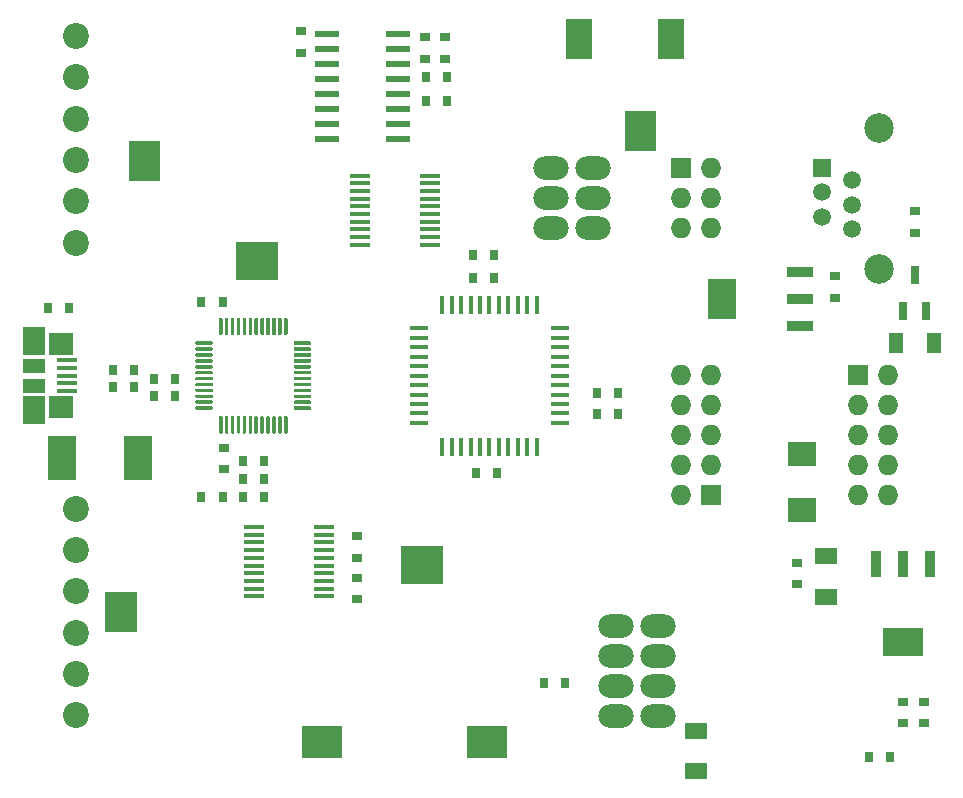
<source format=gbr>
%TF.GenerationSoftware,KiCad,Pcbnew,5.1.8-4.fc33*%
%TF.CreationDate,2020-12-19T18:54:55+03:00*%
%TF.ProjectId,2232,32323332-2e6b-4696-9361-645f70636258,rev?*%
%TF.SameCoordinates,Original*%
%TF.FileFunction,Soldermask,Bot*%
%TF.FilePolarity,Negative*%
%FSLAX46Y46*%
G04 Gerber Fmt 4.6, Leading zero omitted, Abs format (unit mm)*
G04 Created by KiCad (PCBNEW 5.1.8-4.fc33) date 2020-12-19 18:54:55*
%MOMM*%
%LPD*%
G01*
G04 APERTURE LIST*
%ADD10C,0.100000*%
%ADD11R,1.727200X1.727200*%
%ADD12O,1.727200X1.727200*%
%ADD13R,2.400000X2.000000*%
%ADD14R,0.900000X0.800000*%
%ADD15R,1.200000X1.700000*%
%ADD16R,2.200000X0.900000*%
%ADD17R,2.400000X3.500000*%
%ADD18R,0.800000X1.600000*%
%ADD19R,1.800000X0.450000*%
%ADD20R,0.800000X0.900000*%
%ADD21C,1.600000*%
%ADD22O,3.000000X2.000000*%
%ADD23R,0.400000X1.500000*%
%ADD24R,1.500000X0.400000*%
%ADD25R,2.000000X0.600000*%
%ADD26R,0.900000X2.200000*%
%ADD27R,3.500000X2.400000*%
%ADD28R,0.900000X0.440000*%
%ADD29R,0.600000X1.000000*%
%ADD30R,0.400000X1.000000*%
%ADD31R,0.440000X0.900000*%
%ADD32R,2.350000X3.700000*%
%ADD33C,2.200000*%
%ADD34C,2.500000*%
%ADD35C,1.500000*%
%ADD36R,1.500000X1.500000*%
%ADD37R,2.100000X1.870000*%
%ADD38R,1.680000X0.450000*%
%ADD39R,1.900000X1.170000*%
%ADD40R,1.900000X2.375000*%
%ADD41R,2.200000X3.400000*%
%ADD42R,1.900000X1.400000*%
G04 APERTURE END LIST*
D10*
%TO.C,RN7*%
G36*
X69450000Y-80100000D02*
G01*
X72050000Y-80100000D01*
X72050000Y-83400000D01*
X69450000Y-83400000D01*
X69450000Y-80100000D01*
G37*
X69450000Y-80100000D02*
X72050000Y-80100000D01*
X72050000Y-83400000D01*
X69450000Y-83400000D01*
X69450000Y-80100000D01*
%TO.C,RN6*%
G36*
X67450000Y-118350000D02*
G01*
X70050000Y-118350000D01*
X70050000Y-121650000D01*
X67450000Y-121650000D01*
X67450000Y-118350000D01*
G37*
X67450000Y-118350000D02*
X70050000Y-118350000D01*
X70050000Y-121650000D01*
X67450000Y-121650000D01*
X67450000Y-118350000D01*
%TO.C,RN5*%
G36*
X114050000Y-80900000D02*
G01*
X111450000Y-80900000D01*
X111450000Y-77600000D01*
X114050000Y-77600000D01*
X114050000Y-80900000D01*
G37*
X114050000Y-80900000D02*
X111450000Y-80900000D01*
X111450000Y-77600000D01*
X114050000Y-77600000D01*
X114050000Y-80900000D01*
%TO.C,RN4*%
G36*
X92500000Y-117550000D02*
G01*
X92500000Y-114450000D01*
X96000000Y-114450000D01*
X96000000Y-117550000D01*
X92500000Y-117550000D01*
G37*
X92500000Y-117550000D02*
X92500000Y-114450000D01*
X96000000Y-114450000D01*
X96000000Y-117550000D01*
X92500000Y-117550000D01*
%TO.C,RN3*%
G36*
X78500000Y-91800000D02*
G01*
X78500000Y-88700000D01*
X82000000Y-88700000D01*
X82000000Y-91800000D01*
X78500000Y-91800000D01*
G37*
X78500000Y-91800000D02*
X78500000Y-88700000D01*
X82000000Y-88700000D01*
X82000000Y-91800000D01*
X78500000Y-91800000D01*
%TO.C,RN2*%
G36*
X98100000Y-132300000D02*
G01*
X98100000Y-129700000D01*
X101400000Y-129700000D01*
X101400000Y-132300000D01*
X98100000Y-132300000D01*
G37*
X98100000Y-132300000D02*
X98100000Y-129700000D01*
X101400000Y-129700000D01*
X101400000Y-132300000D01*
X98100000Y-132300000D01*
%TO.C,RN1*%
G36*
X84100000Y-132300000D02*
G01*
X84100000Y-129700000D01*
X87400000Y-129700000D01*
X87400000Y-132300000D01*
X84100000Y-132300000D01*
G37*
X84100000Y-132300000D02*
X84100000Y-129700000D01*
X87400000Y-129700000D01*
X87400000Y-132300000D01*
X84100000Y-132300000D01*
%TD*%
D11*
%TO.C,J5*%
X131230000Y-99920000D03*
D12*
X133770000Y-99920000D03*
X131230000Y-102460000D03*
X133770000Y-102460000D03*
X131230000Y-105000000D03*
X133770000Y-105000000D03*
X131230000Y-107540000D03*
X133770000Y-107540000D03*
X131230000Y-110080000D03*
X133770000Y-110080000D03*
%TD*%
D13*
%TO.C,D10*%
X126500000Y-111400000D03*
X126500000Y-106600000D03*
%TD*%
D14*
%TO.C,R13*%
X129250000Y-91600000D03*
X129250000Y-93400000D03*
%TD*%
%TO.C,R12*%
X136750000Y-129400000D03*
X136750000Y-127600000D03*
%TD*%
%TO.C,R11*%
X135000000Y-129400000D03*
X135000000Y-127600000D03*
%TD*%
D15*
%TO.C,R9*%
X134400000Y-97250000D03*
X137600000Y-97250000D03*
%TD*%
D14*
%TO.C,R8*%
X136000000Y-86100000D03*
X136000000Y-87900000D03*
%TD*%
D16*
%TO.C,Q2*%
X126300000Y-95790000D03*
X126300000Y-93500000D03*
D17*
X119700000Y-93500000D03*
D16*
X126300000Y-91210000D03*
%TD*%
D18*
%TO.C,Q1*%
X136000000Y-91500000D03*
X135050000Y-94500000D03*
X136950000Y-94500000D03*
%TD*%
D19*
%TO.C,U5*%
X94950000Y-83075000D03*
X94950000Y-83725000D03*
X94950000Y-84375000D03*
X94950000Y-85025000D03*
X94950000Y-85675000D03*
X94950000Y-86325000D03*
X94950000Y-86975000D03*
X94950000Y-87625000D03*
X94950000Y-88275000D03*
X89050000Y-83075000D03*
X89050000Y-83725000D03*
X89050000Y-84375000D03*
X89050000Y-85025000D03*
X89050000Y-85675000D03*
X89050000Y-86325000D03*
X89050000Y-86975000D03*
X89050000Y-87625000D03*
X89050000Y-88275000D03*
X94950000Y-88925000D03*
X89050000Y-88925000D03*
%TD*%
D20*
%TO.C,C21*%
X100400000Y-89750000D03*
X98600000Y-89750000D03*
%TD*%
D21*
%TO.C,J2*%
X108270000Y-87540000D03*
X105730000Y-87540000D03*
X108270000Y-85000000D03*
X105730000Y-85000000D03*
X108270000Y-82460000D03*
X105730000Y-82460000D03*
D22*
X108770000Y-87540000D03*
X105230000Y-87540000D03*
X108770000Y-85000000D03*
X105230000Y-85000000D03*
X108770000Y-82460000D03*
X105230000Y-82460000D03*
%TD*%
D23*
%TO.C,U3*%
X104000000Y-94000000D03*
X103200000Y-94000000D03*
X102400000Y-94000000D03*
X101600000Y-94000000D03*
X100800000Y-94000000D03*
X100000000Y-94000000D03*
X99200000Y-94000000D03*
X98400000Y-94000000D03*
X97600000Y-94000000D03*
X96800000Y-94000000D03*
X96000000Y-94000000D03*
D24*
X94000000Y-96000000D03*
X94000000Y-96800000D03*
X94000000Y-97600000D03*
X94000000Y-98400000D03*
X94000000Y-99200000D03*
X94000000Y-100000000D03*
X94000000Y-100800000D03*
X94000000Y-101600000D03*
X94000000Y-102400000D03*
X94000000Y-103200000D03*
X94000000Y-104000000D03*
D23*
X96000000Y-106000000D03*
X96800000Y-106000000D03*
X97600000Y-106000000D03*
X98400000Y-106000000D03*
X99200000Y-106000000D03*
X100000000Y-106000000D03*
X100800000Y-106000000D03*
X101600000Y-106000000D03*
X102400000Y-106000000D03*
X103200000Y-106000000D03*
X104000000Y-106000000D03*
D24*
X106000000Y-104000000D03*
X106000000Y-103200000D03*
X106000000Y-102400000D03*
X106000000Y-101600000D03*
X106000000Y-100800000D03*
X106000000Y-100000000D03*
X106000000Y-99200000D03*
X106000000Y-98400000D03*
X106000000Y-97600000D03*
X106000000Y-96800000D03*
X106000000Y-96000000D03*
%TD*%
D20*
%TO.C,C20*%
X98850000Y-108250000D03*
X100650000Y-108250000D03*
%TD*%
%TO.C,R10*%
X64400000Y-94250000D03*
X62600000Y-94250000D03*
%TD*%
D14*
%TO.C,R7*%
X88750000Y-118900000D03*
X88750000Y-117100000D03*
%TD*%
%TO.C,R6*%
X88750000Y-115400000D03*
X88750000Y-113600000D03*
%TD*%
D25*
%TO.C,U6*%
X92250000Y-79945000D03*
X92250000Y-78675000D03*
X92250000Y-77405000D03*
X92250000Y-76135000D03*
X92250000Y-74865000D03*
X92250000Y-73595000D03*
X92250000Y-72325000D03*
X92250000Y-71055000D03*
X86250000Y-79945000D03*
X86250000Y-78675000D03*
X86250000Y-77405000D03*
X86250000Y-76135000D03*
X86250000Y-74865000D03*
X86250000Y-73595000D03*
X86250000Y-72325000D03*
X86250000Y-71055000D03*
%TD*%
D19*
%TO.C,U4*%
X80050000Y-118675000D03*
X80050000Y-118025000D03*
X80050000Y-117375000D03*
X80050000Y-116725000D03*
X80050000Y-116075000D03*
X80050000Y-115425000D03*
X80050000Y-114775000D03*
X80050000Y-114125000D03*
X80050000Y-113475000D03*
X85950000Y-118675000D03*
X85950000Y-118025000D03*
X85950000Y-117375000D03*
X85950000Y-116725000D03*
X85950000Y-116075000D03*
X85950000Y-115425000D03*
X85950000Y-114775000D03*
X85950000Y-114125000D03*
X85950000Y-113475000D03*
X80050000Y-112825000D03*
X85950000Y-112825000D03*
%TD*%
D26*
%TO.C,U2*%
X137290000Y-115950000D03*
X135000000Y-115950000D03*
D27*
X135000000Y-122550000D03*
D26*
X132710000Y-115950000D03*
%TD*%
%TO.C,U1*%
G36*
G01*
X77100000Y-104825000D02*
X77100000Y-103500000D01*
G75*
G02*
X77175000Y-103425000I75000J0D01*
G01*
X77325000Y-103425000D01*
G75*
G02*
X77400000Y-103500000I0J-75000D01*
G01*
X77400000Y-104825000D01*
G75*
G02*
X77325000Y-104900000I-75000J0D01*
G01*
X77175000Y-104900000D01*
G75*
G02*
X77100000Y-104825000I0J75000D01*
G01*
G37*
G36*
G01*
X77600000Y-104825000D02*
X77600000Y-103500000D01*
G75*
G02*
X77675000Y-103425000I75000J0D01*
G01*
X77825000Y-103425000D01*
G75*
G02*
X77900000Y-103500000I0J-75000D01*
G01*
X77900000Y-104825000D01*
G75*
G02*
X77825000Y-104900000I-75000J0D01*
G01*
X77675000Y-104900000D01*
G75*
G02*
X77600000Y-104825000I0J75000D01*
G01*
G37*
G36*
G01*
X78100000Y-104825000D02*
X78100000Y-103500000D01*
G75*
G02*
X78175000Y-103425000I75000J0D01*
G01*
X78325000Y-103425000D01*
G75*
G02*
X78400000Y-103500000I0J-75000D01*
G01*
X78400000Y-104825000D01*
G75*
G02*
X78325000Y-104900000I-75000J0D01*
G01*
X78175000Y-104900000D01*
G75*
G02*
X78100000Y-104825000I0J75000D01*
G01*
G37*
G36*
G01*
X78600000Y-104825000D02*
X78600000Y-103500000D01*
G75*
G02*
X78675000Y-103425000I75000J0D01*
G01*
X78825000Y-103425000D01*
G75*
G02*
X78900000Y-103500000I0J-75000D01*
G01*
X78900000Y-104825000D01*
G75*
G02*
X78825000Y-104900000I-75000J0D01*
G01*
X78675000Y-104900000D01*
G75*
G02*
X78600000Y-104825000I0J75000D01*
G01*
G37*
G36*
G01*
X79100000Y-104825000D02*
X79100000Y-103500000D01*
G75*
G02*
X79175000Y-103425000I75000J0D01*
G01*
X79325000Y-103425000D01*
G75*
G02*
X79400000Y-103500000I0J-75000D01*
G01*
X79400000Y-104825000D01*
G75*
G02*
X79325000Y-104900000I-75000J0D01*
G01*
X79175000Y-104900000D01*
G75*
G02*
X79100000Y-104825000I0J75000D01*
G01*
G37*
G36*
G01*
X79600000Y-104825000D02*
X79600000Y-103500000D01*
G75*
G02*
X79675000Y-103425000I75000J0D01*
G01*
X79825000Y-103425000D01*
G75*
G02*
X79900000Y-103500000I0J-75000D01*
G01*
X79900000Y-104825000D01*
G75*
G02*
X79825000Y-104900000I-75000J0D01*
G01*
X79675000Y-104900000D01*
G75*
G02*
X79600000Y-104825000I0J75000D01*
G01*
G37*
G36*
G01*
X80100000Y-104825000D02*
X80100000Y-103500000D01*
G75*
G02*
X80175000Y-103425000I75000J0D01*
G01*
X80325000Y-103425000D01*
G75*
G02*
X80400000Y-103500000I0J-75000D01*
G01*
X80400000Y-104825000D01*
G75*
G02*
X80325000Y-104900000I-75000J0D01*
G01*
X80175000Y-104900000D01*
G75*
G02*
X80100000Y-104825000I0J75000D01*
G01*
G37*
G36*
G01*
X80600000Y-104825000D02*
X80600000Y-103500000D01*
G75*
G02*
X80675000Y-103425000I75000J0D01*
G01*
X80825000Y-103425000D01*
G75*
G02*
X80900000Y-103500000I0J-75000D01*
G01*
X80900000Y-104825000D01*
G75*
G02*
X80825000Y-104900000I-75000J0D01*
G01*
X80675000Y-104900000D01*
G75*
G02*
X80600000Y-104825000I0J75000D01*
G01*
G37*
G36*
G01*
X81100000Y-104825000D02*
X81100000Y-103500000D01*
G75*
G02*
X81175000Y-103425000I75000J0D01*
G01*
X81325000Y-103425000D01*
G75*
G02*
X81400000Y-103500000I0J-75000D01*
G01*
X81400000Y-104825000D01*
G75*
G02*
X81325000Y-104900000I-75000J0D01*
G01*
X81175000Y-104900000D01*
G75*
G02*
X81100000Y-104825000I0J75000D01*
G01*
G37*
G36*
G01*
X81600000Y-104825000D02*
X81600000Y-103500000D01*
G75*
G02*
X81675000Y-103425000I75000J0D01*
G01*
X81825000Y-103425000D01*
G75*
G02*
X81900000Y-103500000I0J-75000D01*
G01*
X81900000Y-104825000D01*
G75*
G02*
X81825000Y-104900000I-75000J0D01*
G01*
X81675000Y-104900000D01*
G75*
G02*
X81600000Y-104825000I0J75000D01*
G01*
G37*
G36*
G01*
X82100000Y-104825000D02*
X82100000Y-103500000D01*
G75*
G02*
X82175000Y-103425000I75000J0D01*
G01*
X82325000Y-103425000D01*
G75*
G02*
X82400000Y-103500000I0J-75000D01*
G01*
X82400000Y-104825000D01*
G75*
G02*
X82325000Y-104900000I-75000J0D01*
G01*
X82175000Y-104900000D01*
G75*
G02*
X82100000Y-104825000I0J75000D01*
G01*
G37*
G36*
G01*
X82600000Y-104825000D02*
X82600000Y-103500000D01*
G75*
G02*
X82675000Y-103425000I75000J0D01*
G01*
X82825000Y-103425000D01*
G75*
G02*
X82900000Y-103500000I0J-75000D01*
G01*
X82900000Y-104825000D01*
G75*
G02*
X82825000Y-104900000I-75000J0D01*
G01*
X82675000Y-104900000D01*
G75*
G02*
X82600000Y-104825000I0J75000D01*
G01*
G37*
G36*
G01*
X83425000Y-102825000D02*
X83425000Y-102675000D01*
G75*
G02*
X83500000Y-102600000I75000J0D01*
G01*
X84825000Y-102600000D01*
G75*
G02*
X84900000Y-102675000I0J-75000D01*
G01*
X84900000Y-102825000D01*
G75*
G02*
X84825000Y-102900000I-75000J0D01*
G01*
X83500000Y-102900000D01*
G75*
G02*
X83425000Y-102825000I0J75000D01*
G01*
G37*
G36*
G01*
X83425000Y-102325000D02*
X83425000Y-102175000D01*
G75*
G02*
X83500000Y-102100000I75000J0D01*
G01*
X84825000Y-102100000D01*
G75*
G02*
X84900000Y-102175000I0J-75000D01*
G01*
X84900000Y-102325000D01*
G75*
G02*
X84825000Y-102400000I-75000J0D01*
G01*
X83500000Y-102400000D01*
G75*
G02*
X83425000Y-102325000I0J75000D01*
G01*
G37*
G36*
G01*
X83425000Y-101825000D02*
X83425000Y-101675000D01*
G75*
G02*
X83500000Y-101600000I75000J0D01*
G01*
X84825000Y-101600000D01*
G75*
G02*
X84900000Y-101675000I0J-75000D01*
G01*
X84900000Y-101825000D01*
G75*
G02*
X84825000Y-101900000I-75000J0D01*
G01*
X83500000Y-101900000D01*
G75*
G02*
X83425000Y-101825000I0J75000D01*
G01*
G37*
G36*
G01*
X83425000Y-101325000D02*
X83425000Y-101175000D01*
G75*
G02*
X83500000Y-101100000I75000J0D01*
G01*
X84825000Y-101100000D01*
G75*
G02*
X84900000Y-101175000I0J-75000D01*
G01*
X84900000Y-101325000D01*
G75*
G02*
X84825000Y-101400000I-75000J0D01*
G01*
X83500000Y-101400000D01*
G75*
G02*
X83425000Y-101325000I0J75000D01*
G01*
G37*
G36*
G01*
X83425000Y-100825000D02*
X83425000Y-100675000D01*
G75*
G02*
X83500000Y-100600000I75000J0D01*
G01*
X84825000Y-100600000D01*
G75*
G02*
X84900000Y-100675000I0J-75000D01*
G01*
X84900000Y-100825000D01*
G75*
G02*
X84825000Y-100900000I-75000J0D01*
G01*
X83500000Y-100900000D01*
G75*
G02*
X83425000Y-100825000I0J75000D01*
G01*
G37*
G36*
G01*
X83425000Y-100325000D02*
X83425000Y-100175000D01*
G75*
G02*
X83500000Y-100100000I75000J0D01*
G01*
X84825000Y-100100000D01*
G75*
G02*
X84900000Y-100175000I0J-75000D01*
G01*
X84900000Y-100325000D01*
G75*
G02*
X84825000Y-100400000I-75000J0D01*
G01*
X83500000Y-100400000D01*
G75*
G02*
X83425000Y-100325000I0J75000D01*
G01*
G37*
G36*
G01*
X83425000Y-99825000D02*
X83425000Y-99675000D01*
G75*
G02*
X83500000Y-99600000I75000J0D01*
G01*
X84825000Y-99600000D01*
G75*
G02*
X84900000Y-99675000I0J-75000D01*
G01*
X84900000Y-99825000D01*
G75*
G02*
X84825000Y-99900000I-75000J0D01*
G01*
X83500000Y-99900000D01*
G75*
G02*
X83425000Y-99825000I0J75000D01*
G01*
G37*
G36*
G01*
X83425000Y-99325000D02*
X83425000Y-99175000D01*
G75*
G02*
X83500000Y-99100000I75000J0D01*
G01*
X84825000Y-99100000D01*
G75*
G02*
X84900000Y-99175000I0J-75000D01*
G01*
X84900000Y-99325000D01*
G75*
G02*
X84825000Y-99400000I-75000J0D01*
G01*
X83500000Y-99400000D01*
G75*
G02*
X83425000Y-99325000I0J75000D01*
G01*
G37*
G36*
G01*
X83425000Y-98825000D02*
X83425000Y-98675000D01*
G75*
G02*
X83500000Y-98600000I75000J0D01*
G01*
X84825000Y-98600000D01*
G75*
G02*
X84900000Y-98675000I0J-75000D01*
G01*
X84900000Y-98825000D01*
G75*
G02*
X84825000Y-98900000I-75000J0D01*
G01*
X83500000Y-98900000D01*
G75*
G02*
X83425000Y-98825000I0J75000D01*
G01*
G37*
G36*
G01*
X83425000Y-98325000D02*
X83425000Y-98175000D01*
G75*
G02*
X83500000Y-98100000I75000J0D01*
G01*
X84825000Y-98100000D01*
G75*
G02*
X84900000Y-98175000I0J-75000D01*
G01*
X84900000Y-98325000D01*
G75*
G02*
X84825000Y-98400000I-75000J0D01*
G01*
X83500000Y-98400000D01*
G75*
G02*
X83425000Y-98325000I0J75000D01*
G01*
G37*
G36*
G01*
X83425000Y-97825000D02*
X83425000Y-97675000D01*
G75*
G02*
X83500000Y-97600000I75000J0D01*
G01*
X84825000Y-97600000D01*
G75*
G02*
X84900000Y-97675000I0J-75000D01*
G01*
X84900000Y-97825000D01*
G75*
G02*
X84825000Y-97900000I-75000J0D01*
G01*
X83500000Y-97900000D01*
G75*
G02*
X83425000Y-97825000I0J75000D01*
G01*
G37*
G36*
G01*
X83425000Y-97325000D02*
X83425000Y-97175000D01*
G75*
G02*
X83500000Y-97100000I75000J0D01*
G01*
X84825000Y-97100000D01*
G75*
G02*
X84900000Y-97175000I0J-75000D01*
G01*
X84900000Y-97325000D01*
G75*
G02*
X84825000Y-97400000I-75000J0D01*
G01*
X83500000Y-97400000D01*
G75*
G02*
X83425000Y-97325000I0J75000D01*
G01*
G37*
G36*
G01*
X82600000Y-96500000D02*
X82600000Y-95175000D01*
G75*
G02*
X82675000Y-95100000I75000J0D01*
G01*
X82825000Y-95100000D01*
G75*
G02*
X82900000Y-95175000I0J-75000D01*
G01*
X82900000Y-96500000D01*
G75*
G02*
X82825000Y-96575000I-75000J0D01*
G01*
X82675000Y-96575000D01*
G75*
G02*
X82600000Y-96500000I0J75000D01*
G01*
G37*
G36*
G01*
X82100000Y-96500000D02*
X82100000Y-95175000D01*
G75*
G02*
X82175000Y-95100000I75000J0D01*
G01*
X82325000Y-95100000D01*
G75*
G02*
X82400000Y-95175000I0J-75000D01*
G01*
X82400000Y-96500000D01*
G75*
G02*
X82325000Y-96575000I-75000J0D01*
G01*
X82175000Y-96575000D01*
G75*
G02*
X82100000Y-96500000I0J75000D01*
G01*
G37*
G36*
G01*
X81600000Y-96500000D02*
X81600000Y-95175000D01*
G75*
G02*
X81675000Y-95100000I75000J0D01*
G01*
X81825000Y-95100000D01*
G75*
G02*
X81900000Y-95175000I0J-75000D01*
G01*
X81900000Y-96500000D01*
G75*
G02*
X81825000Y-96575000I-75000J0D01*
G01*
X81675000Y-96575000D01*
G75*
G02*
X81600000Y-96500000I0J75000D01*
G01*
G37*
G36*
G01*
X81100000Y-96500000D02*
X81100000Y-95175000D01*
G75*
G02*
X81175000Y-95100000I75000J0D01*
G01*
X81325000Y-95100000D01*
G75*
G02*
X81400000Y-95175000I0J-75000D01*
G01*
X81400000Y-96500000D01*
G75*
G02*
X81325000Y-96575000I-75000J0D01*
G01*
X81175000Y-96575000D01*
G75*
G02*
X81100000Y-96500000I0J75000D01*
G01*
G37*
G36*
G01*
X80600000Y-96500000D02*
X80600000Y-95175000D01*
G75*
G02*
X80675000Y-95100000I75000J0D01*
G01*
X80825000Y-95100000D01*
G75*
G02*
X80900000Y-95175000I0J-75000D01*
G01*
X80900000Y-96500000D01*
G75*
G02*
X80825000Y-96575000I-75000J0D01*
G01*
X80675000Y-96575000D01*
G75*
G02*
X80600000Y-96500000I0J75000D01*
G01*
G37*
G36*
G01*
X80100000Y-96500000D02*
X80100000Y-95175000D01*
G75*
G02*
X80175000Y-95100000I75000J0D01*
G01*
X80325000Y-95100000D01*
G75*
G02*
X80400000Y-95175000I0J-75000D01*
G01*
X80400000Y-96500000D01*
G75*
G02*
X80325000Y-96575000I-75000J0D01*
G01*
X80175000Y-96575000D01*
G75*
G02*
X80100000Y-96500000I0J75000D01*
G01*
G37*
G36*
G01*
X79600000Y-96500000D02*
X79600000Y-95175000D01*
G75*
G02*
X79675000Y-95100000I75000J0D01*
G01*
X79825000Y-95100000D01*
G75*
G02*
X79900000Y-95175000I0J-75000D01*
G01*
X79900000Y-96500000D01*
G75*
G02*
X79825000Y-96575000I-75000J0D01*
G01*
X79675000Y-96575000D01*
G75*
G02*
X79600000Y-96500000I0J75000D01*
G01*
G37*
G36*
G01*
X79100000Y-96500000D02*
X79100000Y-95175000D01*
G75*
G02*
X79175000Y-95100000I75000J0D01*
G01*
X79325000Y-95100000D01*
G75*
G02*
X79400000Y-95175000I0J-75000D01*
G01*
X79400000Y-96500000D01*
G75*
G02*
X79325000Y-96575000I-75000J0D01*
G01*
X79175000Y-96575000D01*
G75*
G02*
X79100000Y-96500000I0J75000D01*
G01*
G37*
G36*
G01*
X78600000Y-96500000D02*
X78600000Y-95175000D01*
G75*
G02*
X78675000Y-95100000I75000J0D01*
G01*
X78825000Y-95100000D01*
G75*
G02*
X78900000Y-95175000I0J-75000D01*
G01*
X78900000Y-96500000D01*
G75*
G02*
X78825000Y-96575000I-75000J0D01*
G01*
X78675000Y-96575000D01*
G75*
G02*
X78600000Y-96500000I0J75000D01*
G01*
G37*
G36*
G01*
X78100000Y-96500000D02*
X78100000Y-95175000D01*
G75*
G02*
X78175000Y-95100000I75000J0D01*
G01*
X78325000Y-95100000D01*
G75*
G02*
X78400000Y-95175000I0J-75000D01*
G01*
X78400000Y-96500000D01*
G75*
G02*
X78325000Y-96575000I-75000J0D01*
G01*
X78175000Y-96575000D01*
G75*
G02*
X78100000Y-96500000I0J75000D01*
G01*
G37*
G36*
G01*
X77600000Y-96500000D02*
X77600000Y-95175000D01*
G75*
G02*
X77675000Y-95100000I75000J0D01*
G01*
X77825000Y-95100000D01*
G75*
G02*
X77900000Y-95175000I0J-75000D01*
G01*
X77900000Y-96500000D01*
G75*
G02*
X77825000Y-96575000I-75000J0D01*
G01*
X77675000Y-96575000D01*
G75*
G02*
X77600000Y-96500000I0J75000D01*
G01*
G37*
G36*
G01*
X77100000Y-96500000D02*
X77100000Y-95175000D01*
G75*
G02*
X77175000Y-95100000I75000J0D01*
G01*
X77325000Y-95100000D01*
G75*
G02*
X77400000Y-95175000I0J-75000D01*
G01*
X77400000Y-96500000D01*
G75*
G02*
X77325000Y-96575000I-75000J0D01*
G01*
X77175000Y-96575000D01*
G75*
G02*
X77100000Y-96500000I0J75000D01*
G01*
G37*
G36*
G01*
X75100000Y-97325000D02*
X75100000Y-97175000D01*
G75*
G02*
X75175000Y-97100000I75000J0D01*
G01*
X76500000Y-97100000D01*
G75*
G02*
X76575000Y-97175000I0J-75000D01*
G01*
X76575000Y-97325000D01*
G75*
G02*
X76500000Y-97400000I-75000J0D01*
G01*
X75175000Y-97400000D01*
G75*
G02*
X75100000Y-97325000I0J75000D01*
G01*
G37*
G36*
G01*
X75100000Y-97825000D02*
X75100000Y-97675000D01*
G75*
G02*
X75175000Y-97600000I75000J0D01*
G01*
X76500000Y-97600000D01*
G75*
G02*
X76575000Y-97675000I0J-75000D01*
G01*
X76575000Y-97825000D01*
G75*
G02*
X76500000Y-97900000I-75000J0D01*
G01*
X75175000Y-97900000D01*
G75*
G02*
X75100000Y-97825000I0J75000D01*
G01*
G37*
G36*
G01*
X75100000Y-98325000D02*
X75100000Y-98175000D01*
G75*
G02*
X75175000Y-98100000I75000J0D01*
G01*
X76500000Y-98100000D01*
G75*
G02*
X76575000Y-98175000I0J-75000D01*
G01*
X76575000Y-98325000D01*
G75*
G02*
X76500000Y-98400000I-75000J0D01*
G01*
X75175000Y-98400000D01*
G75*
G02*
X75100000Y-98325000I0J75000D01*
G01*
G37*
G36*
G01*
X75100000Y-98825000D02*
X75100000Y-98675000D01*
G75*
G02*
X75175000Y-98600000I75000J0D01*
G01*
X76500000Y-98600000D01*
G75*
G02*
X76575000Y-98675000I0J-75000D01*
G01*
X76575000Y-98825000D01*
G75*
G02*
X76500000Y-98900000I-75000J0D01*
G01*
X75175000Y-98900000D01*
G75*
G02*
X75100000Y-98825000I0J75000D01*
G01*
G37*
G36*
G01*
X75100000Y-99325000D02*
X75100000Y-99175000D01*
G75*
G02*
X75175000Y-99100000I75000J0D01*
G01*
X76500000Y-99100000D01*
G75*
G02*
X76575000Y-99175000I0J-75000D01*
G01*
X76575000Y-99325000D01*
G75*
G02*
X76500000Y-99400000I-75000J0D01*
G01*
X75175000Y-99400000D01*
G75*
G02*
X75100000Y-99325000I0J75000D01*
G01*
G37*
G36*
G01*
X75100000Y-99825000D02*
X75100000Y-99675000D01*
G75*
G02*
X75175000Y-99600000I75000J0D01*
G01*
X76500000Y-99600000D01*
G75*
G02*
X76575000Y-99675000I0J-75000D01*
G01*
X76575000Y-99825000D01*
G75*
G02*
X76500000Y-99900000I-75000J0D01*
G01*
X75175000Y-99900000D01*
G75*
G02*
X75100000Y-99825000I0J75000D01*
G01*
G37*
G36*
G01*
X75100000Y-100325000D02*
X75100000Y-100175000D01*
G75*
G02*
X75175000Y-100100000I75000J0D01*
G01*
X76500000Y-100100000D01*
G75*
G02*
X76575000Y-100175000I0J-75000D01*
G01*
X76575000Y-100325000D01*
G75*
G02*
X76500000Y-100400000I-75000J0D01*
G01*
X75175000Y-100400000D01*
G75*
G02*
X75100000Y-100325000I0J75000D01*
G01*
G37*
G36*
G01*
X75100000Y-100825000D02*
X75100000Y-100675000D01*
G75*
G02*
X75175000Y-100600000I75000J0D01*
G01*
X76500000Y-100600000D01*
G75*
G02*
X76575000Y-100675000I0J-75000D01*
G01*
X76575000Y-100825000D01*
G75*
G02*
X76500000Y-100900000I-75000J0D01*
G01*
X75175000Y-100900000D01*
G75*
G02*
X75100000Y-100825000I0J75000D01*
G01*
G37*
G36*
G01*
X75100000Y-101325000D02*
X75100000Y-101175000D01*
G75*
G02*
X75175000Y-101100000I75000J0D01*
G01*
X76500000Y-101100000D01*
G75*
G02*
X76575000Y-101175000I0J-75000D01*
G01*
X76575000Y-101325000D01*
G75*
G02*
X76500000Y-101400000I-75000J0D01*
G01*
X75175000Y-101400000D01*
G75*
G02*
X75100000Y-101325000I0J75000D01*
G01*
G37*
G36*
G01*
X75100000Y-101825000D02*
X75100000Y-101675000D01*
G75*
G02*
X75175000Y-101600000I75000J0D01*
G01*
X76500000Y-101600000D01*
G75*
G02*
X76575000Y-101675000I0J-75000D01*
G01*
X76575000Y-101825000D01*
G75*
G02*
X76500000Y-101900000I-75000J0D01*
G01*
X75175000Y-101900000D01*
G75*
G02*
X75100000Y-101825000I0J75000D01*
G01*
G37*
G36*
G01*
X75100000Y-102325000D02*
X75100000Y-102175000D01*
G75*
G02*
X75175000Y-102100000I75000J0D01*
G01*
X76500000Y-102100000D01*
G75*
G02*
X76575000Y-102175000I0J-75000D01*
G01*
X76575000Y-102325000D01*
G75*
G02*
X76500000Y-102400000I-75000J0D01*
G01*
X75175000Y-102400000D01*
G75*
G02*
X75100000Y-102325000I0J75000D01*
G01*
G37*
G36*
G01*
X75100000Y-102825000D02*
X75100000Y-102675000D01*
G75*
G02*
X75175000Y-102600000I75000J0D01*
G01*
X76500000Y-102600000D01*
G75*
G02*
X76575000Y-102675000I0J-75000D01*
G01*
X76575000Y-102825000D01*
G75*
G02*
X76500000Y-102900000I-75000J0D01*
G01*
X75175000Y-102900000D01*
G75*
G02*
X75100000Y-102825000I0J75000D01*
G01*
G37*
%TD*%
D28*
%TO.C,RN7*%
X71600000Y-82950000D03*
X71600000Y-82150000D03*
X71600000Y-81350000D03*
X71600000Y-80550000D03*
X69900000Y-82950000D03*
X69900000Y-82150000D03*
X69900000Y-81350000D03*
X69900000Y-80550000D03*
%TD*%
%TO.C,RN6*%
X69600000Y-121200000D03*
X69600000Y-120400000D03*
X69600000Y-119600000D03*
X69600000Y-118800000D03*
X67900000Y-121200000D03*
X67900000Y-120400000D03*
X67900000Y-119600000D03*
X67900000Y-118800000D03*
%TD*%
%TO.C,RN5*%
X111900000Y-78050000D03*
X111900000Y-78850000D03*
X111900000Y-79650000D03*
X111900000Y-80450000D03*
X113600000Y-78050000D03*
X113600000Y-78850000D03*
X113600000Y-79650000D03*
X113600000Y-80450000D03*
%TD*%
D29*
%TO.C,RN4*%
X92870000Y-115000000D03*
D30*
X94890000Y-115000000D03*
X94250000Y-115000000D03*
D29*
X95630000Y-115000000D03*
D30*
X93610000Y-115000000D03*
D29*
X95630000Y-117000000D03*
D30*
X94890000Y-117000000D03*
X94250000Y-117000000D03*
X93610000Y-117000000D03*
D29*
X92870000Y-117000000D03*
%TD*%
%TO.C,RN3*%
X78870000Y-89250000D03*
D30*
X80890000Y-89250000D03*
X80250000Y-89250000D03*
D29*
X81630000Y-89250000D03*
D30*
X79610000Y-89250000D03*
D29*
X81630000Y-91250000D03*
D30*
X80890000Y-91250000D03*
X80250000Y-91250000D03*
X79610000Y-91250000D03*
D29*
X78870000Y-91250000D03*
%TD*%
D31*
%TO.C,RN2*%
X100950000Y-130150000D03*
X100150000Y-130150000D03*
X99350000Y-130150000D03*
X98550000Y-130150000D03*
X100950000Y-131850000D03*
X100150000Y-131850000D03*
X99350000Y-131850000D03*
X98550000Y-131850000D03*
%TD*%
%TO.C,RN1*%
X86950000Y-130150000D03*
X86150000Y-130150000D03*
X85350000Y-130150000D03*
X84550000Y-130150000D03*
X86950000Y-131850000D03*
X86150000Y-131850000D03*
X85350000Y-131850000D03*
X84550000Y-131850000D03*
%TD*%
D32*
%TO.C,R5*%
X63800000Y-107000000D03*
X70200000Y-107000000D03*
%TD*%
D20*
%TO.C,R4*%
X79100000Y-107200000D03*
X80900000Y-107200000D03*
%TD*%
%TO.C,R3*%
X71600000Y-101700000D03*
X73400000Y-101700000D03*
%TD*%
%TO.C,R2*%
X68100000Y-99500000D03*
X69900000Y-99500000D03*
%TD*%
%TO.C,R1*%
X68100000Y-101000000D03*
X69900000Y-101000000D03*
%TD*%
D33*
%TO.C,J8*%
X65000000Y-74750000D03*
X65000000Y-71250000D03*
X65000000Y-81750000D03*
X65000000Y-78250000D03*
X65000000Y-85250000D03*
X65000000Y-88750000D03*
%TD*%
%TO.C,J7*%
X65000000Y-114750000D03*
X65000000Y-111250000D03*
X65000000Y-121750000D03*
X65000000Y-118250000D03*
X65000000Y-125250000D03*
X65000000Y-128750000D03*
%TD*%
D34*
%TO.C,J6*%
X133000000Y-79000000D03*
D35*
X130700000Y-83470000D03*
D36*
X128160000Y-82450000D03*
D35*
X130700000Y-85510000D03*
X128160000Y-84490000D03*
X130700000Y-87550000D03*
D34*
X133000000Y-91000000D03*
D35*
X128160000Y-86530000D03*
%TD*%
D11*
%TO.C,J4*%
X118770000Y-110080000D03*
D12*
X116230000Y-110080000D03*
X118770000Y-107540000D03*
X116230000Y-107540000D03*
X118770000Y-105000000D03*
X116230000Y-105000000D03*
X118770000Y-102460000D03*
X116230000Y-102460000D03*
X118770000Y-99920000D03*
X116230000Y-99920000D03*
%TD*%
D11*
%TO.C,J3*%
X116230000Y-82460000D03*
D12*
X118770000Y-82460000D03*
X116230000Y-85000000D03*
X118770000Y-85000000D03*
X116230000Y-87540000D03*
X118770000Y-87540000D03*
%TD*%
D37*
%TO.C,J1*%
X63750000Y-97340000D03*
D38*
X64260000Y-101300000D03*
X64260000Y-100650000D03*
X64260000Y-100000000D03*
X64260000Y-99350000D03*
D39*
X61450000Y-100840000D03*
D40*
X61450000Y-102910000D03*
D37*
X63750000Y-102660000D03*
D40*
X61450000Y-97090000D03*
D39*
X61450000Y-99160000D03*
D38*
X64260000Y-98700000D03*
%TD*%
D22*
%TO.C,E1*%
X114270000Y-121190000D03*
X114270000Y-126270000D03*
X114270000Y-128810000D03*
X114270000Y-123730000D03*
X110730000Y-121190000D03*
X110730000Y-123730000D03*
X110730000Y-128810000D03*
X110730000Y-126270000D03*
%TD*%
D41*
%TO.C,D9*%
X107600000Y-71500000D03*
X115400000Y-71500000D03*
%TD*%
D20*
%TO.C,C19*%
X104600000Y-126000000D03*
X106400000Y-126000000D03*
%TD*%
%TO.C,C18*%
X94600000Y-76750000D03*
X96400000Y-76750000D03*
%TD*%
D14*
%TO.C,C17*%
X96250000Y-73150000D03*
X96250000Y-71350000D03*
%TD*%
D20*
%TO.C,C16*%
X96400000Y-74750000D03*
X94600000Y-74750000D03*
%TD*%
D14*
%TO.C,C15*%
X84000000Y-70850000D03*
X84000000Y-72650000D03*
%TD*%
%TO.C,C14*%
X94500000Y-73150000D03*
X94500000Y-71350000D03*
%TD*%
D20*
%TO.C,C13*%
X100400000Y-91750000D03*
X98600000Y-91750000D03*
%TD*%
D42*
%TO.C,C12*%
X128500000Y-115300000D03*
X128500000Y-118700000D03*
%TD*%
D14*
%TO.C,C11*%
X126000000Y-115850000D03*
X126000000Y-117650000D03*
%TD*%
D20*
%TO.C,C10*%
X110900000Y-101500000D03*
X109100000Y-101500000D03*
%TD*%
%TO.C,C9*%
X110900000Y-103250000D03*
X109100000Y-103250000D03*
%TD*%
D42*
%TO.C,C8*%
X117500000Y-130050000D03*
X117500000Y-133450000D03*
%TD*%
D20*
%TO.C,C7*%
X132100000Y-132250000D03*
X133900000Y-132250000D03*
%TD*%
%TO.C,C6*%
X75600000Y-93750000D03*
X77400000Y-93750000D03*
%TD*%
%TO.C,C5*%
X79100000Y-108750000D03*
X80900000Y-108750000D03*
%TD*%
D14*
%TO.C,C4*%
X77500000Y-107900000D03*
X77500000Y-106100000D03*
%TD*%
D20*
%TO.C,C3*%
X71600000Y-100250000D03*
X73400000Y-100250000D03*
%TD*%
%TO.C,C2*%
X77400000Y-110250000D03*
X75600000Y-110250000D03*
%TD*%
%TO.C,C1*%
X79100000Y-110250000D03*
X80900000Y-110250000D03*
%TD*%
M02*

</source>
